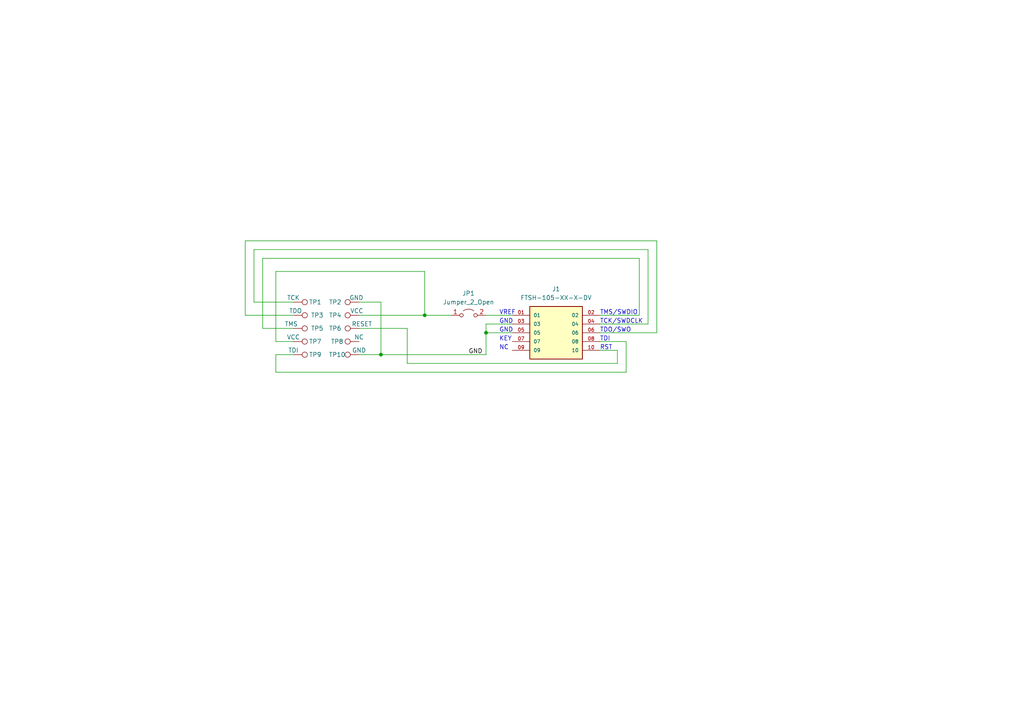
<source format=kicad_sch>
(kicad_sch (version 20211123) (generator eeschema)
  (paper "A4")
  (lib_symbols
    (symbol "Connector:TestPoint" (pin_numbers hide) (pin_names (offset 0.762) hide)
      (property "Reference" "TP" (at 0 6.858 0))
      (property "Value" "TestPoint" (at 0 5.08 0))
      (symbol "TestPoint_0_1"
        (circle (center 0 3.302) (radius 0.762))
      )
      (symbol "TestPoint_1_1"
        (pin passive line (at 0 0 90) (length 2.54) (name "1") (number "1"))
      )
    )
    (symbol "FTSH-105-XX-X-DV:FTSH-105-XX-X-DV" (pin_names (offset 1.016))
      (property "Reference" "J" (at -7.62 8.89 0))
      (property "Value" "FTSH-105-XX-X-DV" (at -7.62 -10.16 0))
      (symbol "FTSH-105-XX-X-DV_0_0"
        (rectangle (start -7.62 -7.62) (end 7.62 7.62) (stroke (width 0.254)) (fill (type background)))
        (pin passive line (at -12.7 5.08 0) (length 5.08) (name "01") (number "01"))
        (pin passive line (at 12.7 5.08 180) (length 5.08) (name "02") (number "02"))
        (pin passive line (at -12.7 2.54 0) (length 5.08) (name "03") (number "03"))
        (pin passive line (at 12.7 2.54 180) (length 5.08) (name "04") (number "04"))
        (pin passive line (at -12.7 0 0) (length 5.08) (name "05") (number "05"))
        (pin passive line (at 12.7 0 180) (length 5.08) (name "06") (number "06"))
        (pin passive line (at -12.7 -2.54 0) (length 5.08) (name "07") (number "07"))
        (pin passive line (at 12.7 -2.54 180) (length 5.08) (name "08") (number "08"))
        (pin passive line (at -12.7 -5.08 0) (length 5.08) (name "09") (number "09"))
        (pin passive line (at 12.7 -5.08 180) (length 5.08) (name "10") (number "10"))
      )
    )
    (symbol "Jumper:Jumper_2_Open" (pin_names (offset 0) hide)
      (property "Reference" "JP" (at 0 2.794 0))
      (property "Value" "Jumper_2_Open" (at 0 -2.286 0))
      (symbol "Jumper_2_Open_0_0"
        (circle (center -2.032 0) (radius 0.508))
        (circle (center 2.032 0) (radius 0.508))
      )
      (symbol "Jumper_2_Open_0_1"
        (arc (start 1.524 1.27) (mid 0 1.778) (end -1.524 1.27))
      )
      (symbol "Jumper_2_Open_1_1"
        (pin passive line (at -5.08 0 0) (length 2.54) (name "A") (number "1"))
        (pin passive line (at 5.08 0 180) (length 2.54) (name "B") (number "2"))
      )
    )
  )
  (junction (at 140.97 96.52))
  (junction (at 110.49 102.87))
  (junction (at 123.19 91.44))
  (wire (pts (xy 173.99 96.52) (xy 190.5 96.52)))
  (wire (pts (xy 140.97 91.44) (xy 148.59 91.44)))
  (wire (pts (xy 185.42 91.44) (xy 185.42 74.93)))
  (wire (pts (xy 73.66 72.39) (xy 73.66 87.63)))
  (wire (pts (xy 140.97 102.87) (xy 110.49 102.87)))
  (wire (pts (xy 104.14 91.44) (xy 123.19 91.44)))
  (wire (pts (xy 104.14 87.63) (xy 110.49 87.63)))
  (wire (pts (xy 190.5 96.52) (xy 190.5 69.85)))
  (wire (pts (xy 185.42 74.93) (xy 76.2 74.93)))
  (wire (pts (xy 118.11 95.25) (xy 104.14 95.25)))
  (wire (pts (xy 181.61 99.06) (xy 181.61 107.95)))
  (wire (pts (xy 173.99 91.44) (xy 185.42 91.44)))
  (wire (pts (xy 80.01 78.74) (xy 123.19 78.74)))
  (wire (pts (xy 80.01 102.87) (xy 85.09 102.87)))
  (wire (pts (xy 173.99 99.06) (xy 181.61 99.06)))
  (wire (pts (xy 140.97 96.52) (xy 148.59 96.52)))
  (wire (pts (xy 179.07 105.41) (xy 118.11 105.41)))
  (wire (pts (xy 80.01 99.06) (xy 80.01 78.74)))
  (wire (pts (xy 181.61 107.95) (xy 80.01 107.95)))
  (wire (pts (xy 173.99 93.98) (xy 187.96 93.98)))
  (wire (pts (xy 71.12 69.85) (xy 71.12 91.44)))
  (wire (pts (xy 110.49 102.87) (xy 104.14 102.87)))
  (wire (pts (xy 140.97 93.98) (xy 140.97 96.52)))
  (wire (pts (xy 85.09 99.06) (xy 80.01 99.06)))
  (wire (pts (xy 110.49 87.63) (xy 110.49 102.87)))
  (wire (pts (xy 76.2 74.93) (xy 76.2 95.25)))
  (wire (pts (xy 73.66 87.63) (xy 85.09 87.63)))
  (wire (pts (xy 71.12 91.44) (xy 85.09 91.44)))
  (wire (pts (xy 190.5 69.85) (xy 71.12 69.85)))
  (wire (pts (xy 76.2 95.25) (xy 85.09 95.25)))
  (wire (pts (xy 179.07 101.6) (xy 179.07 105.41)))
  (wire (pts (xy 173.99 101.6) (xy 179.07 101.6)))
  (wire (pts (xy 123.19 91.44) (xy 130.81 91.44)))
  (wire (pts (xy 148.59 93.98) (xy 140.97 93.98)))
  (wire (pts (xy 140.97 96.52) (xy 140.97 102.87)))
  (wire (pts (xy 80.01 107.95) (xy 80.01 102.87)))
  (wire (pts (xy 118.11 105.41) (xy 118.11 95.25)))
  (wire (pts (xy 187.96 93.98) (xy 187.96 72.39)))
  (wire (pts (xy 123.19 78.74) (xy 123.19 91.44)))
  (wire (pts (xy 187.96 72.39) (xy 73.66 72.39)))
  (text "GND" (at 144.78 96.52 0) (effects (font (size 1.27 1.27)) (justify left bottom)))
  (text "TDO/SWO" (at 173.99 96.52 0) (effects (font (size 1.27 1.27)) (justify left bottom)))
  (text "TDI" (at 173.99 99.06 0) (effects (font (size 1.27 1.27)) (justify left bottom)))
  (text "TCK/SWDCLK" (at 173.99 93.98 0) (effects (font (size 1.27 1.27)) (justify left bottom)))
  (text "RST" (at 173.99 101.6 0) (effects (font (size 1.27 1.27)) (justify left bottom)))
  (text "TMS/SWDIO" (at 173.99 91.44 0) (effects (font (size 1.27 1.27)) (justify left bottom)))
  (text "VREF" (at 144.78 91.44 0) (effects (font (size 1.27 1.27)) (justify left bottom)))
  (text "GND" (at 144.78 93.98 0) (effects (font (size 1.27 1.27)) (justify left bottom)))
  (text "KEY" (at 144.78 99.06 0) (effects (font (size 1.27 1.27)) (justify left bottom)))
  (text "NC" (at 144.78 101.6 0) (effects (font (size 1.27 1.27)) (justify left bottom)))
  (label "GND" (at 135.89 102.87 0))
  (symbol (lib_id "Connector:TestPoint") (at 104.14 91.44 90) (unit 1)
    (property "Reference" "TP4" (at 99.06 91.44 90) (effects (justify left)))
    (property "Value" "VCC" (at 105.41 90.17 90) (effects (justify left)))
    (property "Footprint" "TestPoint:TestPoint_Pad_1.5x1.5mm" (effects hide))
  )
  (symbol (lib_id "Connector:TestPoint") (at 104.14 87.63 90) (unit 1)
    (property "Reference" "TP2" (at 99.06 87.63 90) (effects (justify left)))
    (property "Value" "GND" (at 105.41 86.36 90) (effects (justify left)))
    (property "Footprint" "TestPoint:TestPoint_Pad_1.5x1.5mm" (effects hide))
  )
  (symbol (lib_id "Connector:TestPoint") (at 104.14 99.06 90) (unit 1)
    (property "Reference" "TP8" (at 97.79 99.06 90))
    (property "Value" "NC" (at 104.14 97.79 90))
    (property "Footprint" "TestPoint:TestPoint_Pad_1.5x1.5mm" (effects hide))
  )
  (symbol (lib_id "FTSH-105-XX-X-DV:FTSH-105-XX-X-DV") (at 161.29 96.52 0) (unit 1)
    (property "Reference" "J1" (at 161.29 83.82 0))
    (property "Value" "FTSH-105-XX-X-DV" (at 161.29 86.36 0))
    (property "Footprint" "SAMTEC_FTSH-105-XX-X-DV" (effects hide))
    (property "STANDARD" "Manufacturer Recommendation" (effects hide))
    (property "PARTREV" "H" (effects hide))
    (property "MANUFACTURER" "Samtec" (effects hide))
  )
  (symbol (lib_id "Connector:TestPoint") (at 85.09 91.44 270) (unit 1)
    (property "Reference" "TP3" (at 90.17 91.44 90) (effects (justify left)))
    (property "Value" "TDO" (at 83.82 90.17 90) (effects (justify left)))
    (property "Footprint" "TestPoint:TestPoint_Pad_1.5x1.5mm" (effects hide))
  )
  (symbol (lib_id "Connector:TestPoint") (at 85.09 87.63 270) (unit 1)
    (property "Reference" "TP1" (at 91.44 87.63 90))
    (property "Value" "TCK" (at 85.09 86.36 90))
    (property "Footprint" "TestPoint:TestPoint_Pad_1.5x1.5mm" (effects hide))
  )
  (symbol (lib_id "Connector:TestPoint") (at 85.09 99.06 270) (unit 1)
    (property "Reference" "TP7" (at 91.44 99.06 90))
    (property "Value" "VCC" (at 85.09 97.79 90))
    (property "Footprint" "TestPoint:TestPoint_Pad_1.5x1.5mm" (effects hide))
  )
  (symbol (lib_id "Jumper:Jumper_2_Open") (at 135.89 91.44 0) (unit 1)
    (property "Reference" "JP1" (at 135.89 85.09 0))
    (property "Value" "Jumper_2_Open" (at 135.89 87.63 0))
    (property "Footprint" "TestPoint:TestPoint_2Pads_Pitch2.54mm_Drill0.8mm" (effects hide))
  )
  (symbol (lib_id "Connector:TestPoint") (at 85.09 95.25 270) (unit 1)
    (property "Reference" "TP5" (at 90.17 95.25 90) (effects (justify left)))
    (property "Value" "TMS" (at 82.55 93.98 90) (effects (justify left)))
    (property "Footprint" "TestPoint:TestPoint_Pad_1.5x1.5mm" (effects hide))
  )
  (symbol (lib_id "Connector:TestPoint") (at 104.14 95.25 90) (unit 1)
    (property "Reference" "TP6" (at 99.06 95.25 90) (effects (justify left)))
    (property "Value" "RESET" (at 107.95 93.98 90) (effects (justify left)))
    (property "Footprint" "TestPoint:TestPoint_Pad_1.5x1.5mm" (effects hide))
  )
  (symbol (lib_id "Connector:TestPoint") (at 104.14 102.87 90) (unit 1)
    (property "Reference" "TP10" (at 97.79 102.87 90))
    (property "Value" "GND" (at 104.14 101.6 90))
    (property "Footprint" "TestPoint:TestPoint_Pad_1.5x1.5mm" (effects hide))
  )
  (symbol (lib_id "Connector:TestPoint") (at 85.09 102.87 270) (unit 1)
    (property "Reference" "TP9" (at 91.44 102.87 90))
    (property "Value" "TDI" (at 85.09 101.6 90))
    (property "Footprint" "TestPoint:TestPoint_Pad_1.5x1.5mm" (effects hide))
  )
)
</source>
